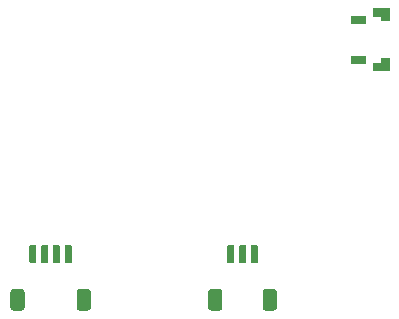
<source format=gbp>
G04 #@! TF.GenerationSoftware,KiCad,Pcbnew,5.1.5+dfsg1-2build2*
G04 #@! TF.CreationDate,2022-05-18T23:03:37-07:00*
G04 #@! TF.ProjectId,v3.0-Dev-Kit,76332e30-2d44-4657-962d-4b69742e6b69,rev?*
G04 #@! TF.SameCoordinates,Original*
G04 #@! TF.FileFunction,Paste,Bot*
G04 #@! TF.FilePolarity,Positive*
%FSLAX46Y46*%
G04 Gerber Fmt 4.6, Leading zero omitted, Abs format (unit mm)*
G04 Created by KiCad (PCBNEW 5.1.5+dfsg1-2build2) date 2022-05-18 23:03:37*
%MOMM*%
%LPD*%
G04 APERTURE LIST*
%ADD10C,0.100000*%
%ADD11C,0.150000*%
G04 APERTURE END LIST*
D10*
G36*
X20116000Y-6300200D02*
G01*
X20116000Y-6706600D01*
X19455600Y-6706600D01*
X19455600Y-7341600D01*
X20751000Y-7341600D01*
X20751000Y-6300200D01*
X20116000Y-6300200D01*
G37*
X20116000Y-6300200D02*
X20116000Y-6706600D01*
X19455600Y-6706600D01*
X19455600Y-7341600D01*
X20751000Y-7341600D01*
X20751000Y-6300200D01*
X20116000Y-6300200D01*
G36*
X19455600Y-2058400D02*
G01*
X19455600Y-2693400D01*
X20090600Y-2693400D01*
X20090600Y-3099800D01*
X20751000Y-3099800D01*
X20751000Y-2058400D01*
X19455600Y-2058400D01*
G37*
X19455600Y-2058400D02*
X19455600Y-2693400D01*
X20090600Y-2693400D01*
X20090600Y-3099800D01*
X20751000Y-3099800D01*
X20751000Y-2058400D01*
X19455600Y-2058400D01*
G36*
X17550600Y-6097000D02*
G01*
X17550600Y-6706600D01*
X18744400Y-6706600D01*
X18744400Y-6097000D01*
X17550600Y-6097000D01*
G37*
X17550600Y-6097000D02*
X17550600Y-6706600D01*
X18744400Y-6706600D01*
X18744400Y-6097000D01*
X17550600Y-6097000D01*
G36*
X17550600Y-2718800D02*
G01*
X17550600Y-3303000D01*
X18744400Y-3303000D01*
X18744400Y-2718800D01*
X17550600Y-2718800D01*
G37*
X17550600Y-2718800D02*
X17550600Y-3303000D01*
X18744400Y-3303000D01*
X18744400Y-2718800D01*
X17550600Y-2718800D01*
D11*
G36*
X6456505Y-25868204D02*
G01*
X6480773Y-25871804D01*
X6504572Y-25877765D01*
X6527671Y-25886030D01*
X6549850Y-25896520D01*
X6570893Y-25909132D01*
X6590599Y-25923747D01*
X6608777Y-25940223D01*
X6625253Y-25958401D01*
X6639868Y-25978107D01*
X6652480Y-25999150D01*
X6662970Y-26021329D01*
X6671235Y-26044428D01*
X6677196Y-26068227D01*
X6680796Y-26092495D01*
X6682000Y-26116999D01*
X6682000Y-27417001D01*
X6680796Y-27441505D01*
X6677196Y-27465773D01*
X6671235Y-27489572D01*
X6662970Y-27512671D01*
X6652480Y-27534850D01*
X6639868Y-27555893D01*
X6625253Y-27575599D01*
X6608777Y-27593777D01*
X6590599Y-27610253D01*
X6570893Y-27624868D01*
X6549850Y-27637480D01*
X6527671Y-27647970D01*
X6504572Y-27656235D01*
X6480773Y-27662196D01*
X6456505Y-27665796D01*
X6432001Y-27667000D01*
X5731999Y-27667000D01*
X5707495Y-27665796D01*
X5683227Y-27662196D01*
X5659428Y-27656235D01*
X5636329Y-27647970D01*
X5614150Y-27637480D01*
X5593107Y-27624868D01*
X5573401Y-27610253D01*
X5555223Y-27593777D01*
X5538747Y-27575599D01*
X5524132Y-27555893D01*
X5511520Y-27534850D01*
X5501030Y-27512671D01*
X5492765Y-27489572D01*
X5486804Y-27465773D01*
X5483204Y-27441505D01*
X5482000Y-27417001D01*
X5482000Y-26116999D01*
X5483204Y-26092495D01*
X5486804Y-26068227D01*
X5492765Y-26044428D01*
X5501030Y-26021329D01*
X5511520Y-25999150D01*
X5524132Y-25978107D01*
X5538747Y-25958401D01*
X5555223Y-25940223D01*
X5573401Y-25923747D01*
X5593107Y-25909132D01*
X5614150Y-25896520D01*
X5636329Y-25886030D01*
X5659428Y-25877765D01*
X5683227Y-25871804D01*
X5707495Y-25868204D01*
X5731999Y-25867000D01*
X6432001Y-25867000D01*
X6456505Y-25868204D01*
G37*
G36*
X11056505Y-25868204D02*
G01*
X11080773Y-25871804D01*
X11104572Y-25877765D01*
X11127671Y-25886030D01*
X11149850Y-25896520D01*
X11170893Y-25909132D01*
X11190599Y-25923747D01*
X11208777Y-25940223D01*
X11225253Y-25958401D01*
X11239868Y-25978107D01*
X11252480Y-25999150D01*
X11262970Y-26021329D01*
X11271235Y-26044428D01*
X11277196Y-26068227D01*
X11280796Y-26092495D01*
X11282000Y-26116999D01*
X11282000Y-27417001D01*
X11280796Y-27441505D01*
X11277196Y-27465773D01*
X11271235Y-27489572D01*
X11262970Y-27512671D01*
X11252480Y-27534850D01*
X11239868Y-27555893D01*
X11225253Y-27575599D01*
X11208777Y-27593777D01*
X11190599Y-27610253D01*
X11170893Y-27624868D01*
X11149850Y-27637480D01*
X11127671Y-27647970D01*
X11104572Y-27656235D01*
X11080773Y-27662196D01*
X11056505Y-27665796D01*
X11032001Y-27667000D01*
X10331999Y-27667000D01*
X10307495Y-27665796D01*
X10283227Y-27662196D01*
X10259428Y-27656235D01*
X10236329Y-27647970D01*
X10214150Y-27637480D01*
X10193107Y-27624868D01*
X10173401Y-27610253D01*
X10155223Y-27593777D01*
X10138747Y-27575599D01*
X10124132Y-27555893D01*
X10111520Y-27534850D01*
X10101030Y-27512671D01*
X10092765Y-27489572D01*
X10086804Y-27465773D01*
X10083204Y-27441505D01*
X10082000Y-27417001D01*
X10082000Y-26116999D01*
X10083204Y-26092495D01*
X10086804Y-26068227D01*
X10092765Y-26044428D01*
X10101030Y-26021329D01*
X10111520Y-25999150D01*
X10124132Y-25978107D01*
X10138747Y-25958401D01*
X10155223Y-25940223D01*
X10173401Y-25923747D01*
X10193107Y-25909132D01*
X10214150Y-25896520D01*
X10236329Y-25886030D01*
X10259428Y-25877765D01*
X10283227Y-25871804D01*
X10307495Y-25868204D01*
X10331999Y-25867000D01*
X11032001Y-25867000D01*
X11056505Y-25868204D01*
G37*
G36*
X7546703Y-22117722D02*
G01*
X7561264Y-22119882D01*
X7575543Y-22123459D01*
X7589403Y-22128418D01*
X7602710Y-22134712D01*
X7615336Y-22142280D01*
X7627159Y-22151048D01*
X7638066Y-22160934D01*
X7647952Y-22171841D01*
X7656720Y-22183664D01*
X7664288Y-22196290D01*
X7670582Y-22209597D01*
X7675541Y-22223457D01*
X7679118Y-22237736D01*
X7681278Y-22252297D01*
X7682000Y-22267000D01*
X7682000Y-23517000D01*
X7681278Y-23531703D01*
X7679118Y-23546264D01*
X7675541Y-23560543D01*
X7670582Y-23574403D01*
X7664288Y-23587710D01*
X7656720Y-23600336D01*
X7647952Y-23612159D01*
X7638066Y-23623066D01*
X7627159Y-23632952D01*
X7615336Y-23641720D01*
X7602710Y-23649288D01*
X7589403Y-23655582D01*
X7575543Y-23660541D01*
X7561264Y-23664118D01*
X7546703Y-23666278D01*
X7532000Y-23667000D01*
X7232000Y-23667000D01*
X7217297Y-23666278D01*
X7202736Y-23664118D01*
X7188457Y-23660541D01*
X7174597Y-23655582D01*
X7161290Y-23649288D01*
X7148664Y-23641720D01*
X7136841Y-23632952D01*
X7125934Y-23623066D01*
X7116048Y-23612159D01*
X7107280Y-23600336D01*
X7099712Y-23587710D01*
X7093418Y-23574403D01*
X7088459Y-23560543D01*
X7084882Y-23546264D01*
X7082722Y-23531703D01*
X7082000Y-23517000D01*
X7082000Y-22267000D01*
X7082722Y-22252297D01*
X7084882Y-22237736D01*
X7088459Y-22223457D01*
X7093418Y-22209597D01*
X7099712Y-22196290D01*
X7107280Y-22183664D01*
X7116048Y-22171841D01*
X7125934Y-22160934D01*
X7136841Y-22151048D01*
X7148664Y-22142280D01*
X7161290Y-22134712D01*
X7174597Y-22128418D01*
X7188457Y-22123459D01*
X7202736Y-22119882D01*
X7217297Y-22117722D01*
X7232000Y-22117000D01*
X7532000Y-22117000D01*
X7546703Y-22117722D01*
G37*
G36*
X8546703Y-22117722D02*
G01*
X8561264Y-22119882D01*
X8575543Y-22123459D01*
X8589403Y-22128418D01*
X8602710Y-22134712D01*
X8615336Y-22142280D01*
X8627159Y-22151048D01*
X8638066Y-22160934D01*
X8647952Y-22171841D01*
X8656720Y-22183664D01*
X8664288Y-22196290D01*
X8670582Y-22209597D01*
X8675541Y-22223457D01*
X8679118Y-22237736D01*
X8681278Y-22252297D01*
X8682000Y-22267000D01*
X8682000Y-23517000D01*
X8681278Y-23531703D01*
X8679118Y-23546264D01*
X8675541Y-23560543D01*
X8670582Y-23574403D01*
X8664288Y-23587710D01*
X8656720Y-23600336D01*
X8647952Y-23612159D01*
X8638066Y-23623066D01*
X8627159Y-23632952D01*
X8615336Y-23641720D01*
X8602710Y-23649288D01*
X8589403Y-23655582D01*
X8575543Y-23660541D01*
X8561264Y-23664118D01*
X8546703Y-23666278D01*
X8532000Y-23667000D01*
X8232000Y-23667000D01*
X8217297Y-23666278D01*
X8202736Y-23664118D01*
X8188457Y-23660541D01*
X8174597Y-23655582D01*
X8161290Y-23649288D01*
X8148664Y-23641720D01*
X8136841Y-23632952D01*
X8125934Y-23623066D01*
X8116048Y-23612159D01*
X8107280Y-23600336D01*
X8099712Y-23587710D01*
X8093418Y-23574403D01*
X8088459Y-23560543D01*
X8084882Y-23546264D01*
X8082722Y-23531703D01*
X8082000Y-23517000D01*
X8082000Y-22267000D01*
X8082722Y-22252297D01*
X8084882Y-22237736D01*
X8088459Y-22223457D01*
X8093418Y-22209597D01*
X8099712Y-22196290D01*
X8107280Y-22183664D01*
X8116048Y-22171841D01*
X8125934Y-22160934D01*
X8136841Y-22151048D01*
X8148664Y-22142280D01*
X8161290Y-22134712D01*
X8174597Y-22128418D01*
X8188457Y-22123459D01*
X8202736Y-22119882D01*
X8217297Y-22117722D01*
X8232000Y-22117000D01*
X8532000Y-22117000D01*
X8546703Y-22117722D01*
G37*
G36*
X9546703Y-22117722D02*
G01*
X9561264Y-22119882D01*
X9575543Y-22123459D01*
X9589403Y-22128418D01*
X9602710Y-22134712D01*
X9615336Y-22142280D01*
X9627159Y-22151048D01*
X9638066Y-22160934D01*
X9647952Y-22171841D01*
X9656720Y-22183664D01*
X9664288Y-22196290D01*
X9670582Y-22209597D01*
X9675541Y-22223457D01*
X9679118Y-22237736D01*
X9681278Y-22252297D01*
X9682000Y-22267000D01*
X9682000Y-23517000D01*
X9681278Y-23531703D01*
X9679118Y-23546264D01*
X9675541Y-23560543D01*
X9670582Y-23574403D01*
X9664288Y-23587710D01*
X9656720Y-23600336D01*
X9647952Y-23612159D01*
X9638066Y-23623066D01*
X9627159Y-23632952D01*
X9615336Y-23641720D01*
X9602710Y-23649288D01*
X9589403Y-23655582D01*
X9575543Y-23660541D01*
X9561264Y-23664118D01*
X9546703Y-23666278D01*
X9532000Y-23667000D01*
X9232000Y-23667000D01*
X9217297Y-23666278D01*
X9202736Y-23664118D01*
X9188457Y-23660541D01*
X9174597Y-23655582D01*
X9161290Y-23649288D01*
X9148664Y-23641720D01*
X9136841Y-23632952D01*
X9125934Y-23623066D01*
X9116048Y-23612159D01*
X9107280Y-23600336D01*
X9099712Y-23587710D01*
X9093418Y-23574403D01*
X9088459Y-23560543D01*
X9084882Y-23546264D01*
X9082722Y-23531703D01*
X9082000Y-23517000D01*
X9082000Y-22267000D01*
X9082722Y-22252297D01*
X9084882Y-22237736D01*
X9088459Y-22223457D01*
X9093418Y-22209597D01*
X9099712Y-22196290D01*
X9107280Y-22183664D01*
X9116048Y-22171841D01*
X9125934Y-22160934D01*
X9136841Y-22151048D01*
X9148664Y-22142280D01*
X9161290Y-22134712D01*
X9174597Y-22128418D01*
X9188457Y-22123459D01*
X9202736Y-22119882D01*
X9217297Y-22117722D01*
X9232000Y-22117000D01*
X9532000Y-22117000D01*
X9546703Y-22117722D01*
G37*
G36*
X-10299495Y-25868204D02*
G01*
X-10275227Y-25871804D01*
X-10251428Y-25877765D01*
X-10228329Y-25886030D01*
X-10206150Y-25896520D01*
X-10185107Y-25909132D01*
X-10165401Y-25923747D01*
X-10147223Y-25940223D01*
X-10130747Y-25958401D01*
X-10116132Y-25978107D01*
X-10103520Y-25999150D01*
X-10093030Y-26021329D01*
X-10084765Y-26044428D01*
X-10078804Y-26068227D01*
X-10075204Y-26092495D01*
X-10074000Y-26116999D01*
X-10074000Y-27417001D01*
X-10075204Y-27441505D01*
X-10078804Y-27465773D01*
X-10084765Y-27489572D01*
X-10093030Y-27512671D01*
X-10103520Y-27534850D01*
X-10116132Y-27555893D01*
X-10130747Y-27575599D01*
X-10147223Y-27593777D01*
X-10165401Y-27610253D01*
X-10185107Y-27624868D01*
X-10206150Y-27637480D01*
X-10228329Y-27647970D01*
X-10251428Y-27656235D01*
X-10275227Y-27662196D01*
X-10299495Y-27665796D01*
X-10323999Y-27667000D01*
X-11024001Y-27667000D01*
X-11048505Y-27665796D01*
X-11072773Y-27662196D01*
X-11096572Y-27656235D01*
X-11119671Y-27647970D01*
X-11141850Y-27637480D01*
X-11162893Y-27624868D01*
X-11182599Y-27610253D01*
X-11200777Y-27593777D01*
X-11217253Y-27575599D01*
X-11231868Y-27555893D01*
X-11244480Y-27534850D01*
X-11254970Y-27512671D01*
X-11263235Y-27489572D01*
X-11269196Y-27465773D01*
X-11272796Y-27441505D01*
X-11274000Y-27417001D01*
X-11274000Y-26116999D01*
X-11272796Y-26092495D01*
X-11269196Y-26068227D01*
X-11263235Y-26044428D01*
X-11254970Y-26021329D01*
X-11244480Y-25999150D01*
X-11231868Y-25978107D01*
X-11217253Y-25958401D01*
X-11200777Y-25940223D01*
X-11182599Y-25923747D01*
X-11162893Y-25909132D01*
X-11141850Y-25896520D01*
X-11119671Y-25886030D01*
X-11096572Y-25877765D01*
X-11072773Y-25871804D01*
X-11048505Y-25868204D01*
X-11024001Y-25867000D01*
X-10323999Y-25867000D01*
X-10299495Y-25868204D01*
G37*
G36*
X-4699495Y-25868204D02*
G01*
X-4675227Y-25871804D01*
X-4651428Y-25877765D01*
X-4628329Y-25886030D01*
X-4606150Y-25896520D01*
X-4585107Y-25909132D01*
X-4565401Y-25923747D01*
X-4547223Y-25940223D01*
X-4530747Y-25958401D01*
X-4516132Y-25978107D01*
X-4503520Y-25999150D01*
X-4493030Y-26021329D01*
X-4484765Y-26044428D01*
X-4478804Y-26068227D01*
X-4475204Y-26092495D01*
X-4474000Y-26116999D01*
X-4474000Y-27417001D01*
X-4475204Y-27441505D01*
X-4478804Y-27465773D01*
X-4484765Y-27489572D01*
X-4493030Y-27512671D01*
X-4503520Y-27534850D01*
X-4516132Y-27555893D01*
X-4530747Y-27575599D01*
X-4547223Y-27593777D01*
X-4565401Y-27610253D01*
X-4585107Y-27624868D01*
X-4606150Y-27637480D01*
X-4628329Y-27647970D01*
X-4651428Y-27656235D01*
X-4675227Y-27662196D01*
X-4699495Y-27665796D01*
X-4723999Y-27667000D01*
X-5424001Y-27667000D01*
X-5448505Y-27665796D01*
X-5472773Y-27662196D01*
X-5496572Y-27656235D01*
X-5519671Y-27647970D01*
X-5541850Y-27637480D01*
X-5562893Y-27624868D01*
X-5582599Y-27610253D01*
X-5600777Y-27593777D01*
X-5617253Y-27575599D01*
X-5631868Y-27555893D01*
X-5644480Y-27534850D01*
X-5654970Y-27512671D01*
X-5663235Y-27489572D01*
X-5669196Y-27465773D01*
X-5672796Y-27441505D01*
X-5674000Y-27417001D01*
X-5674000Y-26116999D01*
X-5672796Y-26092495D01*
X-5669196Y-26068227D01*
X-5663235Y-26044428D01*
X-5654970Y-26021329D01*
X-5644480Y-25999150D01*
X-5631868Y-25978107D01*
X-5617253Y-25958401D01*
X-5600777Y-25940223D01*
X-5582599Y-25923747D01*
X-5562893Y-25909132D01*
X-5541850Y-25896520D01*
X-5519671Y-25886030D01*
X-5496572Y-25877765D01*
X-5472773Y-25871804D01*
X-5448505Y-25868204D01*
X-5424001Y-25867000D01*
X-4723999Y-25867000D01*
X-4699495Y-25868204D01*
G37*
G36*
X-9209297Y-22117722D02*
G01*
X-9194736Y-22119882D01*
X-9180457Y-22123459D01*
X-9166597Y-22128418D01*
X-9153290Y-22134712D01*
X-9140664Y-22142280D01*
X-9128841Y-22151048D01*
X-9117934Y-22160934D01*
X-9108048Y-22171841D01*
X-9099280Y-22183664D01*
X-9091712Y-22196290D01*
X-9085418Y-22209597D01*
X-9080459Y-22223457D01*
X-9076882Y-22237736D01*
X-9074722Y-22252297D01*
X-9074000Y-22267000D01*
X-9074000Y-23517000D01*
X-9074722Y-23531703D01*
X-9076882Y-23546264D01*
X-9080459Y-23560543D01*
X-9085418Y-23574403D01*
X-9091712Y-23587710D01*
X-9099280Y-23600336D01*
X-9108048Y-23612159D01*
X-9117934Y-23623066D01*
X-9128841Y-23632952D01*
X-9140664Y-23641720D01*
X-9153290Y-23649288D01*
X-9166597Y-23655582D01*
X-9180457Y-23660541D01*
X-9194736Y-23664118D01*
X-9209297Y-23666278D01*
X-9224000Y-23667000D01*
X-9524000Y-23667000D01*
X-9538703Y-23666278D01*
X-9553264Y-23664118D01*
X-9567543Y-23660541D01*
X-9581403Y-23655582D01*
X-9594710Y-23649288D01*
X-9607336Y-23641720D01*
X-9619159Y-23632952D01*
X-9630066Y-23623066D01*
X-9639952Y-23612159D01*
X-9648720Y-23600336D01*
X-9656288Y-23587710D01*
X-9662582Y-23574403D01*
X-9667541Y-23560543D01*
X-9671118Y-23546264D01*
X-9673278Y-23531703D01*
X-9674000Y-23517000D01*
X-9674000Y-22267000D01*
X-9673278Y-22252297D01*
X-9671118Y-22237736D01*
X-9667541Y-22223457D01*
X-9662582Y-22209597D01*
X-9656288Y-22196290D01*
X-9648720Y-22183664D01*
X-9639952Y-22171841D01*
X-9630066Y-22160934D01*
X-9619159Y-22151048D01*
X-9607336Y-22142280D01*
X-9594710Y-22134712D01*
X-9581403Y-22128418D01*
X-9567543Y-22123459D01*
X-9553264Y-22119882D01*
X-9538703Y-22117722D01*
X-9524000Y-22117000D01*
X-9224000Y-22117000D01*
X-9209297Y-22117722D01*
G37*
G36*
X-8209297Y-22117722D02*
G01*
X-8194736Y-22119882D01*
X-8180457Y-22123459D01*
X-8166597Y-22128418D01*
X-8153290Y-22134712D01*
X-8140664Y-22142280D01*
X-8128841Y-22151048D01*
X-8117934Y-22160934D01*
X-8108048Y-22171841D01*
X-8099280Y-22183664D01*
X-8091712Y-22196290D01*
X-8085418Y-22209597D01*
X-8080459Y-22223457D01*
X-8076882Y-22237736D01*
X-8074722Y-22252297D01*
X-8074000Y-22267000D01*
X-8074000Y-23517000D01*
X-8074722Y-23531703D01*
X-8076882Y-23546264D01*
X-8080459Y-23560543D01*
X-8085418Y-23574403D01*
X-8091712Y-23587710D01*
X-8099280Y-23600336D01*
X-8108048Y-23612159D01*
X-8117934Y-23623066D01*
X-8128841Y-23632952D01*
X-8140664Y-23641720D01*
X-8153290Y-23649288D01*
X-8166597Y-23655582D01*
X-8180457Y-23660541D01*
X-8194736Y-23664118D01*
X-8209297Y-23666278D01*
X-8224000Y-23667000D01*
X-8524000Y-23667000D01*
X-8538703Y-23666278D01*
X-8553264Y-23664118D01*
X-8567543Y-23660541D01*
X-8581403Y-23655582D01*
X-8594710Y-23649288D01*
X-8607336Y-23641720D01*
X-8619159Y-23632952D01*
X-8630066Y-23623066D01*
X-8639952Y-23612159D01*
X-8648720Y-23600336D01*
X-8656288Y-23587710D01*
X-8662582Y-23574403D01*
X-8667541Y-23560543D01*
X-8671118Y-23546264D01*
X-8673278Y-23531703D01*
X-8674000Y-23517000D01*
X-8674000Y-22267000D01*
X-8673278Y-22252297D01*
X-8671118Y-22237736D01*
X-8667541Y-22223457D01*
X-8662582Y-22209597D01*
X-8656288Y-22196290D01*
X-8648720Y-22183664D01*
X-8639952Y-22171841D01*
X-8630066Y-22160934D01*
X-8619159Y-22151048D01*
X-8607336Y-22142280D01*
X-8594710Y-22134712D01*
X-8581403Y-22128418D01*
X-8567543Y-22123459D01*
X-8553264Y-22119882D01*
X-8538703Y-22117722D01*
X-8524000Y-22117000D01*
X-8224000Y-22117000D01*
X-8209297Y-22117722D01*
G37*
G36*
X-7209297Y-22117722D02*
G01*
X-7194736Y-22119882D01*
X-7180457Y-22123459D01*
X-7166597Y-22128418D01*
X-7153290Y-22134712D01*
X-7140664Y-22142280D01*
X-7128841Y-22151048D01*
X-7117934Y-22160934D01*
X-7108048Y-22171841D01*
X-7099280Y-22183664D01*
X-7091712Y-22196290D01*
X-7085418Y-22209597D01*
X-7080459Y-22223457D01*
X-7076882Y-22237736D01*
X-7074722Y-22252297D01*
X-7074000Y-22267000D01*
X-7074000Y-23517000D01*
X-7074722Y-23531703D01*
X-7076882Y-23546264D01*
X-7080459Y-23560543D01*
X-7085418Y-23574403D01*
X-7091712Y-23587710D01*
X-7099280Y-23600336D01*
X-7108048Y-23612159D01*
X-7117934Y-23623066D01*
X-7128841Y-23632952D01*
X-7140664Y-23641720D01*
X-7153290Y-23649288D01*
X-7166597Y-23655582D01*
X-7180457Y-23660541D01*
X-7194736Y-23664118D01*
X-7209297Y-23666278D01*
X-7224000Y-23667000D01*
X-7524000Y-23667000D01*
X-7538703Y-23666278D01*
X-7553264Y-23664118D01*
X-7567543Y-23660541D01*
X-7581403Y-23655582D01*
X-7594710Y-23649288D01*
X-7607336Y-23641720D01*
X-7619159Y-23632952D01*
X-7630066Y-23623066D01*
X-7639952Y-23612159D01*
X-7648720Y-23600336D01*
X-7656288Y-23587710D01*
X-7662582Y-23574403D01*
X-7667541Y-23560543D01*
X-7671118Y-23546264D01*
X-7673278Y-23531703D01*
X-7674000Y-23517000D01*
X-7674000Y-22267000D01*
X-7673278Y-22252297D01*
X-7671118Y-22237736D01*
X-7667541Y-22223457D01*
X-7662582Y-22209597D01*
X-7656288Y-22196290D01*
X-7648720Y-22183664D01*
X-7639952Y-22171841D01*
X-7630066Y-22160934D01*
X-7619159Y-22151048D01*
X-7607336Y-22142280D01*
X-7594710Y-22134712D01*
X-7581403Y-22128418D01*
X-7567543Y-22123459D01*
X-7553264Y-22119882D01*
X-7538703Y-22117722D01*
X-7524000Y-22117000D01*
X-7224000Y-22117000D01*
X-7209297Y-22117722D01*
G37*
G36*
X-6209297Y-22117722D02*
G01*
X-6194736Y-22119882D01*
X-6180457Y-22123459D01*
X-6166597Y-22128418D01*
X-6153290Y-22134712D01*
X-6140664Y-22142280D01*
X-6128841Y-22151048D01*
X-6117934Y-22160934D01*
X-6108048Y-22171841D01*
X-6099280Y-22183664D01*
X-6091712Y-22196290D01*
X-6085418Y-22209597D01*
X-6080459Y-22223457D01*
X-6076882Y-22237736D01*
X-6074722Y-22252297D01*
X-6074000Y-22267000D01*
X-6074000Y-23517000D01*
X-6074722Y-23531703D01*
X-6076882Y-23546264D01*
X-6080459Y-23560543D01*
X-6085418Y-23574403D01*
X-6091712Y-23587710D01*
X-6099280Y-23600336D01*
X-6108048Y-23612159D01*
X-6117934Y-23623066D01*
X-6128841Y-23632952D01*
X-6140664Y-23641720D01*
X-6153290Y-23649288D01*
X-6166597Y-23655582D01*
X-6180457Y-23660541D01*
X-6194736Y-23664118D01*
X-6209297Y-23666278D01*
X-6224000Y-23667000D01*
X-6524000Y-23667000D01*
X-6538703Y-23666278D01*
X-6553264Y-23664118D01*
X-6567543Y-23660541D01*
X-6581403Y-23655582D01*
X-6594710Y-23649288D01*
X-6607336Y-23641720D01*
X-6619159Y-23632952D01*
X-6630066Y-23623066D01*
X-6639952Y-23612159D01*
X-6648720Y-23600336D01*
X-6656288Y-23587710D01*
X-6662582Y-23574403D01*
X-6667541Y-23560543D01*
X-6671118Y-23546264D01*
X-6673278Y-23531703D01*
X-6674000Y-23517000D01*
X-6674000Y-22267000D01*
X-6673278Y-22252297D01*
X-6671118Y-22237736D01*
X-6667541Y-22223457D01*
X-6662582Y-22209597D01*
X-6656288Y-22196290D01*
X-6648720Y-22183664D01*
X-6639952Y-22171841D01*
X-6630066Y-22160934D01*
X-6619159Y-22151048D01*
X-6607336Y-22142280D01*
X-6594710Y-22134712D01*
X-6581403Y-22128418D01*
X-6567543Y-22123459D01*
X-6553264Y-22119882D01*
X-6538703Y-22117722D01*
X-6524000Y-22117000D01*
X-6224000Y-22117000D01*
X-6209297Y-22117722D01*
G37*
M02*

</source>
